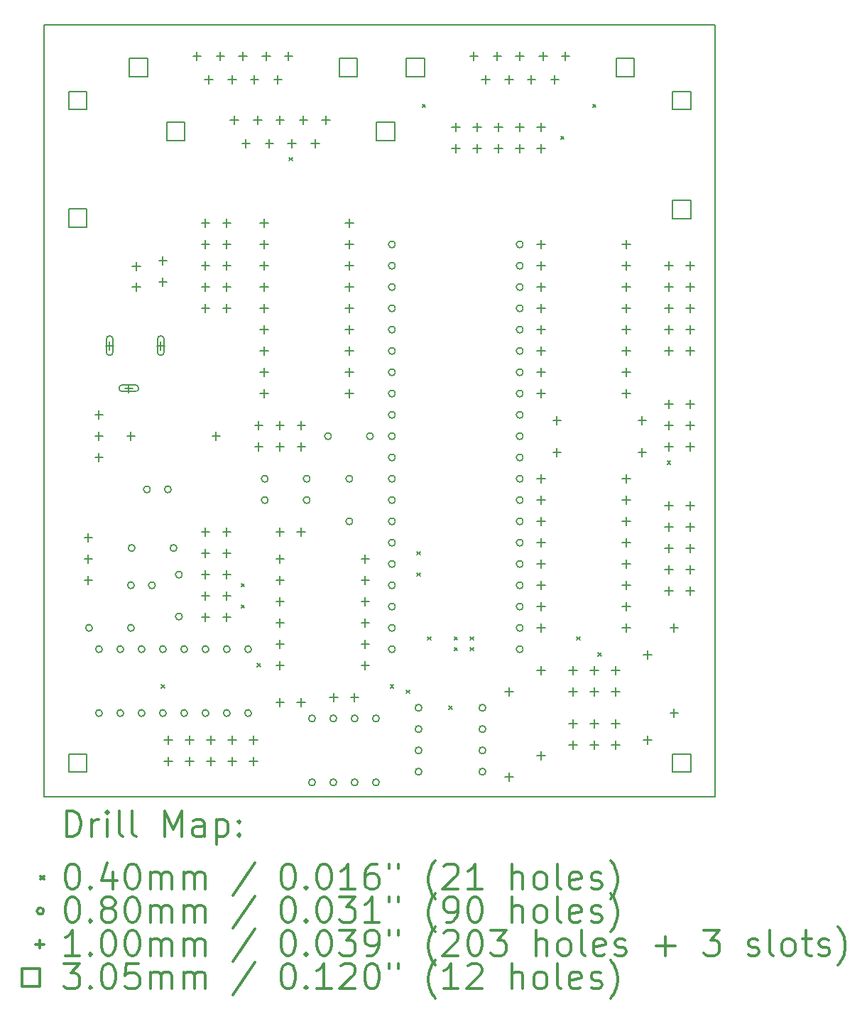
<source format=gbr>
%FSLAX45Y45*%
G04 Gerber Fmt 4.5, Leading zero omitted, Abs format (unit mm)*
G04 Created by KiCad (PCBNEW 4.0.1-stable) date Sonntag, 31. Januar 2016 12:57:09*
%MOMM*%
G01*
G04 APERTURE LIST*
%ADD10C,0.127000*%
%ADD11C,0.150000*%
%ADD12C,0.200000*%
%ADD13C,0.300000*%
G04 APERTURE END LIST*
D10*
D11*
X8000000Y9200000D02*
X8000000Y8000000D01*
X0Y9200000D02*
X8000000Y9200000D01*
X0Y7400000D02*
X0Y9200000D01*
X0Y7400000D02*
X0Y7000000D01*
X0Y0D02*
X0Y7000000D01*
X1700000Y0D02*
X0Y0D01*
X1800000Y0D02*
X1700000Y0D01*
X8000000Y0D02*
X1800000Y0D01*
X8000000Y8000000D02*
X8000000Y0D01*
D12*
X1393500Y1333500D02*
X1433500Y1293500D01*
X1433500Y1333500D02*
X1393500Y1293500D01*
X2346000Y2540000D02*
X2386000Y2500000D01*
X2386000Y2540000D02*
X2346000Y2500000D01*
X2346000Y2286000D02*
X2386000Y2246000D01*
X2386000Y2286000D02*
X2346000Y2246000D01*
X2536500Y1587500D02*
X2576500Y1547500D01*
X2576500Y1587500D02*
X2536500Y1547500D01*
X2917500Y7620000D02*
X2957500Y7580000D01*
X2957500Y7620000D02*
X2917500Y7580000D01*
X4124000Y1333500D02*
X4164000Y1293500D01*
X4164000Y1333500D02*
X4124000Y1293500D01*
X4314500Y1270000D02*
X4354500Y1230000D01*
X4354500Y1270000D02*
X4314500Y1230000D01*
X4441500Y2921000D02*
X4481500Y2881000D01*
X4481500Y2921000D02*
X4441500Y2881000D01*
X4441500Y2667000D02*
X4481500Y2627000D01*
X4481500Y2667000D02*
X4441500Y2627000D01*
X4505000Y8255000D02*
X4545000Y8215000D01*
X4545000Y8255000D02*
X4505000Y8215000D01*
X4568500Y1905000D02*
X4608500Y1865000D01*
X4608500Y1905000D02*
X4568500Y1865000D01*
X4822500Y1079500D02*
X4862500Y1039500D01*
X4862500Y1079500D02*
X4822500Y1039500D01*
X4886000Y1905000D02*
X4926000Y1865000D01*
X4926000Y1905000D02*
X4886000Y1865000D01*
X4886000Y1778000D02*
X4926000Y1738000D01*
X4926000Y1778000D02*
X4886000Y1738000D01*
X5076500Y1905000D02*
X5116500Y1865000D01*
X5116500Y1905000D02*
X5076500Y1865000D01*
X5076500Y1778000D02*
X5116500Y1738000D01*
X5116500Y1778000D02*
X5076500Y1738000D01*
X6156000Y7874000D02*
X6196000Y7834000D01*
X6196000Y7874000D02*
X6156000Y7834000D01*
X6346500Y1905000D02*
X6386500Y1865000D01*
X6386500Y1905000D02*
X6346500Y1865000D01*
X6537000Y8255000D02*
X6577000Y8215000D01*
X6577000Y8255000D02*
X6537000Y8215000D01*
X6600500Y1714500D02*
X6640500Y1674500D01*
X6640500Y1714500D02*
X6600500Y1674500D01*
X7426000Y4000500D02*
X7466000Y3960500D01*
X7466000Y4000500D02*
X7426000Y3960500D01*
X572500Y2012000D02*
G75*
G03X572500Y2012000I-40000J0D01*
G01*
X691500Y1758000D02*
G75*
G03X691500Y1758000I-40000J0D01*
G01*
X691500Y996000D02*
G75*
G03X691500Y996000I-40000J0D01*
G01*
X945500Y1758000D02*
G75*
G03X945500Y1758000I-40000J0D01*
G01*
X945500Y996000D02*
G75*
G03X945500Y996000I-40000J0D01*
G01*
X1072500Y2520000D02*
G75*
G03X1072500Y2520000I-40000J0D01*
G01*
X1072500Y2012000D02*
G75*
G03X1072500Y2012000I-40000J0D01*
G01*
X1080500Y2964500D02*
G75*
G03X1080500Y2964500I-40000J0D01*
G01*
X1199500Y1758000D02*
G75*
G03X1199500Y1758000I-40000J0D01*
G01*
X1199500Y996000D02*
G75*
G03X1199500Y996000I-40000J0D01*
G01*
X1263000Y3663000D02*
G75*
G03X1263000Y3663000I-40000J0D01*
G01*
X1322500Y2520000D02*
G75*
G03X1322500Y2520000I-40000J0D01*
G01*
X1453500Y1758000D02*
G75*
G03X1453500Y1758000I-40000J0D01*
G01*
X1453500Y996000D02*
G75*
G03X1453500Y996000I-40000J0D01*
G01*
X1513000Y3663000D02*
G75*
G03X1513000Y3663000I-40000J0D01*
G01*
X1580500Y2964500D02*
G75*
G03X1580500Y2964500I-40000J0D01*
G01*
X1644000Y2647000D02*
G75*
G03X1644000Y2647000I-40000J0D01*
G01*
X1644000Y2147000D02*
G75*
G03X1644000Y2147000I-40000J0D01*
G01*
X1707500Y1758000D02*
G75*
G03X1707500Y1758000I-40000J0D01*
G01*
X1707500Y996000D02*
G75*
G03X1707500Y996000I-40000J0D01*
G01*
X1961500Y1758000D02*
G75*
G03X1961500Y1758000I-40000J0D01*
G01*
X1961500Y996000D02*
G75*
G03X1961500Y996000I-40000J0D01*
G01*
X2215500Y1758000D02*
G75*
G03X2215500Y1758000I-40000J0D01*
G01*
X2215500Y996000D02*
G75*
G03X2215500Y996000I-40000J0D01*
G01*
X2469500Y1758000D02*
G75*
G03X2469500Y1758000I-40000J0D01*
G01*
X2469500Y996000D02*
G75*
G03X2469500Y996000I-40000J0D01*
G01*
X2668000Y3790000D02*
G75*
G03X2668000Y3790000I-40000J0D01*
G01*
X2668000Y3536000D02*
G75*
G03X2668000Y3536000I-40000J0D01*
G01*
X3168000Y3790000D02*
G75*
G03X3168000Y3790000I-40000J0D01*
G01*
X3168000Y3536000D02*
G75*
G03X3168000Y3536000I-40000J0D01*
G01*
X3231500Y932500D02*
G75*
G03X3231500Y932500I-40000J0D01*
G01*
X3231500Y170500D02*
G75*
G03X3231500Y170500I-40000J0D01*
G01*
X3422000Y4298000D02*
G75*
G03X3422000Y4298000I-40000J0D01*
G01*
X3485500Y932500D02*
G75*
G03X3485500Y932500I-40000J0D01*
G01*
X3485500Y170500D02*
G75*
G03X3485500Y170500I-40000J0D01*
G01*
X3676000Y3790000D02*
G75*
G03X3676000Y3790000I-40000J0D01*
G01*
X3676000Y3282000D02*
G75*
G03X3676000Y3282000I-40000J0D01*
G01*
X3739500Y932500D02*
G75*
G03X3739500Y932500I-40000J0D01*
G01*
X3739500Y170500D02*
G75*
G03X3739500Y170500I-40000J0D01*
G01*
X3922000Y4298000D02*
G75*
G03X3922000Y4298000I-40000J0D01*
G01*
X3993500Y932500D02*
G75*
G03X3993500Y932500I-40000J0D01*
G01*
X3993500Y170500D02*
G75*
G03X3993500Y170500I-40000J0D01*
G01*
X4184000Y6584000D02*
G75*
G03X4184000Y6584000I-40000J0D01*
G01*
X4184000Y6330000D02*
G75*
G03X4184000Y6330000I-40000J0D01*
G01*
X4184000Y6076000D02*
G75*
G03X4184000Y6076000I-40000J0D01*
G01*
X4184000Y5822000D02*
G75*
G03X4184000Y5822000I-40000J0D01*
G01*
X4184000Y5568000D02*
G75*
G03X4184000Y5568000I-40000J0D01*
G01*
X4184000Y5314000D02*
G75*
G03X4184000Y5314000I-40000J0D01*
G01*
X4184000Y5060000D02*
G75*
G03X4184000Y5060000I-40000J0D01*
G01*
X4184000Y4806000D02*
G75*
G03X4184000Y4806000I-40000J0D01*
G01*
X4184000Y4552000D02*
G75*
G03X4184000Y4552000I-40000J0D01*
G01*
X4184000Y4298000D02*
G75*
G03X4184000Y4298000I-40000J0D01*
G01*
X4184000Y4044000D02*
G75*
G03X4184000Y4044000I-40000J0D01*
G01*
X4184000Y3790000D02*
G75*
G03X4184000Y3790000I-40000J0D01*
G01*
X4184000Y3536000D02*
G75*
G03X4184000Y3536000I-40000J0D01*
G01*
X4184000Y3282000D02*
G75*
G03X4184000Y3282000I-40000J0D01*
G01*
X4184000Y3028000D02*
G75*
G03X4184000Y3028000I-40000J0D01*
G01*
X4184000Y2774000D02*
G75*
G03X4184000Y2774000I-40000J0D01*
G01*
X4184000Y2520000D02*
G75*
G03X4184000Y2520000I-40000J0D01*
G01*
X4184000Y2266000D02*
G75*
G03X4184000Y2266000I-40000J0D01*
G01*
X4184000Y2012000D02*
G75*
G03X4184000Y2012000I-40000J0D01*
G01*
X4184000Y1758000D02*
G75*
G03X4184000Y1758000I-40000J0D01*
G01*
X4501500Y1059500D02*
G75*
G03X4501500Y1059500I-40000J0D01*
G01*
X4501500Y805500D02*
G75*
G03X4501500Y805500I-40000J0D01*
G01*
X4501500Y551500D02*
G75*
G03X4501500Y551500I-40000J0D01*
G01*
X4501500Y297500D02*
G75*
G03X4501500Y297500I-40000J0D01*
G01*
X5263500Y1059500D02*
G75*
G03X5263500Y1059500I-40000J0D01*
G01*
X5263500Y805500D02*
G75*
G03X5263500Y805500I-40000J0D01*
G01*
X5263500Y551500D02*
G75*
G03X5263500Y551500I-40000J0D01*
G01*
X5263500Y297500D02*
G75*
G03X5263500Y297500I-40000J0D01*
G01*
X5708000Y6584000D02*
G75*
G03X5708000Y6584000I-40000J0D01*
G01*
X5708000Y6330000D02*
G75*
G03X5708000Y6330000I-40000J0D01*
G01*
X5708000Y6076000D02*
G75*
G03X5708000Y6076000I-40000J0D01*
G01*
X5708000Y5822000D02*
G75*
G03X5708000Y5822000I-40000J0D01*
G01*
X5708000Y5568000D02*
G75*
G03X5708000Y5568000I-40000J0D01*
G01*
X5708000Y5314000D02*
G75*
G03X5708000Y5314000I-40000J0D01*
G01*
X5708000Y5060000D02*
G75*
G03X5708000Y5060000I-40000J0D01*
G01*
X5708000Y4806000D02*
G75*
G03X5708000Y4806000I-40000J0D01*
G01*
X5708000Y4552000D02*
G75*
G03X5708000Y4552000I-40000J0D01*
G01*
X5708000Y4298000D02*
G75*
G03X5708000Y4298000I-40000J0D01*
G01*
X5708000Y4044000D02*
G75*
G03X5708000Y4044000I-40000J0D01*
G01*
X5708000Y3790000D02*
G75*
G03X5708000Y3790000I-40000J0D01*
G01*
X5708000Y3536000D02*
G75*
G03X5708000Y3536000I-40000J0D01*
G01*
X5708000Y3282000D02*
G75*
G03X5708000Y3282000I-40000J0D01*
G01*
X5708000Y3028000D02*
G75*
G03X5708000Y3028000I-40000J0D01*
G01*
X5708000Y2774000D02*
G75*
G03X5708000Y2774000I-40000J0D01*
G01*
X5708000Y2520000D02*
G75*
G03X5708000Y2520000I-40000J0D01*
G01*
X5708000Y2266000D02*
G75*
G03X5708000Y2266000I-40000J0D01*
G01*
X5708000Y2012000D02*
G75*
G03X5708000Y2012000I-40000J0D01*
G01*
X5708000Y1758000D02*
G75*
G03X5708000Y1758000I-40000J0D01*
G01*
X524500Y3141500D02*
X524500Y3041500D01*
X474500Y3091500D02*
X574500Y3091500D01*
X524500Y2887500D02*
X524500Y2787500D01*
X474500Y2837500D02*
X574500Y2837500D01*
X524500Y2633500D02*
X524500Y2533500D01*
X474500Y2583500D02*
X574500Y2583500D01*
X651500Y4602000D02*
X651500Y4502000D01*
X601500Y4552000D02*
X701500Y4552000D01*
X651500Y4348000D02*
X651500Y4248000D01*
X601500Y4298000D02*
X701500Y4298000D01*
X651500Y4094000D02*
X651500Y3994000D01*
X601500Y4044000D02*
X701500Y4044000D01*
X778500Y5427500D02*
X778500Y5327500D01*
X728500Y5377500D02*
X828500Y5377500D01*
X738500Y5454500D02*
X738500Y5300500D01*
X818500Y5454500D02*
X818500Y5300500D01*
X738500Y5300500D02*
G75*
G03X818500Y5300500I40000J0D01*
G01*
X818500Y5454500D02*
G75*
G03X738500Y5454500I-40000J0D01*
G01*
X1007100Y4919500D02*
X1007100Y4819500D01*
X957100Y4869500D02*
X1057100Y4869500D01*
X930100Y4829500D02*
X1084100Y4829500D01*
X930100Y4909500D02*
X1084100Y4909500D01*
X1084100Y4829500D02*
G75*
G03X1084100Y4909500I0J40000D01*
G01*
X930100Y4909500D02*
G75*
G03X930100Y4829500I0J-40000D01*
G01*
X1032500Y4348254D02*
X1032500Y4248254D01*
X982500Y4298254D02*
X1082500Y4298254D01*
X1096000Y6375936D02*
X1096000Y6275936D01*
X1046000Y6325936D02*
X1146000Y6325936D01*
X1096000Y6126000D02*
X1096000Y6026000D01*
X1046000Y6076000D02*
X1146000Y6076000D01*
X1388100Y5427500D02*
X1388100Y5327500D01*
X1338100Y5377500D02*
X1438100Y5377500D01*
X1348100Y5454500D02*
X1348100Y5300500D01*
X1428100Y5454500D02*
X1428100Y5300500D01*
X1348100Y5300500D02*
G75*
G03X1428100Y5300500I40000J0D01*
G01*
X1428100Y5454500D02*
G75*
G03X1348100Y5454500I-40000J0D01*
G01*
X1413500Y6443500D02*
X1413500Y6343500D01*
X1363500Y6393500D02*
X1463500Y6393500D01*
X1413500Y6189500D02*
X1413500Y6089500D01*
X1363500Y6139500D02*
X1463500Y6139500D01*
X1477000Y728500D02*
X1477000Y628500D01*
X1427000Y678500D02*
X1527000Y678500D01*
X1477000Y474500D02*
X1477000Y374500D01*
X1427000Y424500D02*
X1527000Y424500D01*
X1731000Y728500D02*
X1731000Y628500D01*
X1681000Y678500D02*
X1781000Y678500D01*
X1731000Y474500D02*
X1731000Y374500D01*
X1681000Y424500D02*
X1781000Y424500D01*
X1819900Y8881900D02*
X1819900Y8781900D01*
X1769900Y8831900D02*
X1869900Y8831900D01*
X1921500Y6888000D02*
X1921500Y6788000D01*
X1871500Y6838000D02*
X1971500Y6838000D01*
X1921500Y6634000D02*
X1921500Y6534000D01*
X1871500Y6584000D02*
X1971500Y6584000D01*
X1921500Y6380000D02*
X1921500Y6280000D01*
X1871500Y6330000D02*
X1971500Y6330000D01*
X1921500Y6126000D02*
X1921500Y6026000D01*
X1871500Y6076000D02*
X1971500Y6076000D01*
X1921500Y5872000D02*
X1921500Y5772000D01*
X1871500Y5822000D02*
X1971500Y5822000D01*
X1921500Y3205000D02*
X1921500Y3105000D01*
X1871500Y3155000D02*
X1971500Y3155000D01*
X1921500Y2951000D02*
X1921500Y2851000D01*
X1871500Y2901000D02*
X1971500Y2901000D01*
X1921500Y2697000D02*
X1921500Y2597000D01*
X1871500Y2647000D02*
X1971500Y2647000D01*
X1921500Y2443000D02*
X1921500Y2343000D01*
X1871500Y2393000D02*
X1971500Y2393000D01*
X1921500Y2189000D02*
X1921500Y2089000D01*
X1871500Y2139000D02*
X1971500Y2139000D01*
X1959600Y8602500D02*
X1959600Y8502500D01*
X1909600Y8552500D02*
X2009600Y8552500D01*
X1985000Y728500D02*
X1985000Y628500D01*
X1935000Y678500D02*
X2035000Y678500D01*
X1985000Y474500D02*
X1985000Y374500D01*
X1935000Y424500D02*
X2035000Y424500D01*
X2048500Y4348254D02*
X2048500Y4248254D01*
X1998500Y4298254D02*
X2098500Y4298254D01*
X2099300Y8881900D02*
X2099300Y8781900D01*
X2049300Y8831900D02*
X2149300Y8831900D01*
X2175500Y6888000D02*
X2175500Y6788000D01*
X2125500Y6838000D02*
X2225500Y6838000D01*
X2175500Y6634000D02*
X2175500Y6534000D01*
X2125500Y6584000D02*
X2225500Y6584000D01*
X2175500Y6380000D02*
X2175500Y6280000D01*
X2125500Y6330000D02*
X2225500Y6330000D01*
X2175500Y6126000D02*
X2175500Y6026000D01*
X2125500Y6076000D02*
X2225500Y6076000D01*
X2175500Y5872000D02*
X2175500Y5772000D01*
X2125500Y5822000D02*
X2225500Y5822000D01*
X2175500Y3205000D02*
X2175500Y3105000D01*
X2125500Y3155000D02*
X2225500Y3155000D01*
X2175500Y2951000D02*
X2175500Y2851000D01*
X2125500Y2901000D02*
X2225500Y2901000D01*
X2175500Y2697000D02*
X2175500Y2597000D01*
X2125500Y2647000D02*
X2225500Y2647000D01*
X2175500Y2443000D02*
X2175500Y2343000D01*
X2125500Y2393000D02*
X2225500Y2393000D01*
X2175500Y2189000D02*
X2175500Y2089000D01*
X2125500Y2139000D02*
X2225500Y2139000D01*
X2239000Y8602500D02*
X2239000Y8502500D01*
X2189000Y8552500D02*
X2289000Y8552500D01*
X2239000Y728500D02*
X2239000Y628500D01*
X2189000Y678500D02*
X2289000Y678500D01*
X2239000Y474500D02*
X2239000Y374500D01*
X2189000Y424500D02*
X2289000Y424500D01*
X2264400Y8119900D02*
X2264400Y8019900D01*
X2214400Y8069900D02*
X2314400Y8069900D01*
X2366000Y8881900D02*
X2366000Y8781900D01*
X2316000Y8831900D02*
X2416000Y8831900D01*
X2404100Y7840500D02*
X2404100Y7740500D01*
X2354100Y7790500D02*
X2454100Y7790500D01*
X2493000Y728500D02*
X2493000Y628500D01*
X2443000Y678500D02*
X2543000Y678500D01*
X2493000Y474500D02*
X2493000Y374500D01*
X2443000Y424500D02*
X2543000Y424500D01*
X2505700Y8602500D02*
X2505700Y8502500D01*
X2455700Y8552500D02*
X2555700Y8552500D01*
X2543800Y8119900D02*
X2543800Y8019900D01*
X2493800Y8069900D02*
X2593800Y8069900D01*
X2556500Y4475000D02*
X2556500Y4375000D01*
X2506500Y4425000D02*
X2606500Y4425000D01*
X2556500Y4221000D02*
X2556500Y4121000D01*
X2506500Y4171000D02*
X2606500Y4171000D01*
X2620000Y6888000D02*
X2620000Y6788000D01*
X2570000Y6838000D02*
X2670000Y6838000D01*
X2620000Y6634000D02*
X2620000Y6534000D01*
X2570000Y6584000D02*
X2670000Y6584000D01*
X2620000Y6380000D02*
X2620000Y6280000D01*
X2570000Y6330000D02*
X2670000Y6330000D01*
X2620000Y6126000D02*
X2620000Y6026000D01*
X2570000Y6076000D02*
X2670000Y6076000D01*
X2620000Y5872000D02*
X2620000Y5772000D01*
X2570000Y5822000D02*
X2670000Y5822000D01*
X2620000Y5618000D02*
X2620000Y5518000D01*
X2570000Y5568000D02*
X2670000Y5568000D01*
X2620000Y5364000D02*
X2620000Y5264000D01*
X2570000Y5314000D02*
X2670000Y5314000D01*
X2620000Y5110000D02*
X2620000Y5010000D01*
X2570000Y5060000D02*
X2670000Y5060000D01*
X2620000Y4856000D02*
X2620000Y4756000D01*
X2570000Y4806000D02*
X2670000Y4806000D01*
X2645400Y8881900D02*
X2645400Y8781900D01*
X2595400Y8831900D02*
X2695400Y8831900D01*
X2683500Y7840500D02*
X2683500Y7740500D01*
X2633500Y7790500D02*
X2733500Y7790500D01*
X2785100Y8602500D02*
X2785100Y8502500D01*
X2735100Y8552500D02*
X2835100Y8552500D01*
X2810500Y8119900D02*
X2810500Y8019900D01*
X2760500Y8069900D02*
X2860500Y8069900D01*
X2810500Y4475000D02*
X2810500Y4375000D01*
X2760500Y4425000D02*
X2860500Y4425000D01*
X2810500Y4221000D02*
X2810500Y4121000D01*
X2760500Y4171000D02*
X2860500Y4171000D01*
X2810500Y3205000D02*
X2810500Y3105000D01*
X2760500Y3155000D02*
X2860500Y3155000D01*
X2810500Y2887500D02*
X2810500Y2787500D01*
X2760500Y2837500D02*
X2860500Y2837500D01*
X2810500Y2633500D02*
X2810500Y2533500D01*
X2760500Y2583500D02*
X2860500Y2583500D01*
X2810500Y2379500D02*
X2810500Y2279500D01*
X2760500Y2329500D02*
X2860500Y2329500D01*
X2810500Y2125500D02*
X2810500Y2025500D01*
X2760500Y2075500D02*
X2860500Y2075500D01*
X2810500Y1871500D02*
X2810500Y1771500D01*
X2760500Y1821500D02*
X2860500Y1821500D01*
X2810500Y1617500D02*
X2810500Y1517500D01*
X2760500Y1567500D02*
X2860500Y1567500D01*
X2810500Y1173000D02*
X2810500Y1073000D01*
X2760500Y1123000D02*
X2860500Y1123000D01*
X2912100Y8881900D02*
X2912100Y8781900D01*
X2862100Y8831900D02*
X2962100Y8831900D01*
X2950200Y7840500D02*
X2950200Y7740500D01*
X2900200Y7790500D02*
X3000200Y7790500D01*
X3060436Y3205000D02*
X3060436Y3105000D01*
X3010436Y3155000D02*
X3110436Y3155000D01*
X3060436Y1173000D02*
X3060436Y1073000D01*
X3010436Y1123000D02*
X3110436Y1123000D01*
X3064500Y4475000D02*
X3064500Y4375000D01*
X3014500Y4425000D02*
X3114500Y4425000D01*
X3064500Y4221000D02*
X3064500Y4121000D01*
X3014500Y4171000D02*
X3114500Y4171000D01*
X3089900Y8119900D02*
X3089900Y8019900D01*
X3039900Y8069900D02*
X3139900Y8069900D01*
X3229600Y7840500D02*
X3229600Y7740500D01*
X3179600Y7790500D02*
X3279600Y7790500D01*
X3356600Y8119900D02*
X3356600Y8019900D01*
X3306600Y8069900D02*
X3406600Y8069900D01*
X3449564Y1236500D02*
X3449564Y1136500D01*
X3399564Y1186500D02*
X3499564Y1186500D01*
X3636000Y6888000D02*
X3636000Y6788000D01*
X3586000Y6838000D02*
X3686000Y6838000D01*
X3636000Y6634000D02*
X3636000Y6534000D01*
X3586000Y6584000D02*
X3686000Y6584000D01*
X3636000Y6380000D02*
X3636000Y6280000D01*
X3586000Y6330000D02*
X3686000Y6330000D01*
X3636000Y6126000D02*
X3636000Y6026000D01*
X3586000Y6076000D02*
X3686000Y6076000D01*
X3636000Y5872000D02*
X3636000Y5772000D01*
X3586000Y5822000D02*
X3686000Y5822000D01*
X3636000Y5618000D02*
X3636000Y5518000D01*
X3586000Y5568000D02*
X3686000Y5568000D01*
X3636000Y5364000D02*
X3636000Y5264000D01*
X3586000Y5314000D02*
X3686000Y5314000D01*
X3636000Y5110000D02*
X3636000Y5010000D01*
X3586000Y5060000D02*
X3686000Y5060000D01*
X3636000Y4856000D02*
X3636000Y4756000D01*
X3586000Y4806000D02*
X3686000Y4806000D01*
X3699500Y1236500D02*
X3699500Y1136500D01*
X3649500Y1186500D02*
X3749500Y1186500D01*
X3826500Y2887500D02*
X3826500Y2787500D01*
X3776500Y2837500D02*
X3876500Y2837500D01*
X3826500Y2633500D02*
X3826500Y2533500D01*
X3776500Y2583500D02*
X3876500Y2583500D01*
X3826500Y2379500D02*
X3826500Y2279500D01*
X3776500Y2329500D02*
X3876500Y2329500D01*
X3826500Y2125500D02*
X3826500Y2025500D01*
X3776500Y2075500D02*
X3876500Y2075500D01*
X3826500Y1871500D02*
X3826500Y1771500D01*
X3776500Y1821500D02*
X3876500Y1821500D01*
X3826500Y1617500D02*
X3826500Y1517500D01*
X3776500Y1567500D02*
X3876500Y1567500D01*
X4906000Y8031000D02*
X4906000Y7931000D01*
X4856000Y7981000D02*
X4956000Y7981000D01*
X4906000Y7777000D02*
X4906000Y7677000D01*
X4856000Y7727000D02*
X4956000Y7727000D01*
X5121900Y8881900D02*
X5121900Y8781900D01*
X5071900Y8831900D02*
X5171900Y8831900D01*
X5160000Y8031000D02*
X5160000Y7931000D01*
X5110000Y7981000D02*
X5210000Y7981000D01*
X5160000Y7777000D02*
X5160000Y7677000D01*
X5110000Y7727000D02*
X5210000Y7727000D01*
X5261600Y8602500D02*
X5261600Y8502500D01*
X5211600Y8552500D02*
X5311600Y8552500D01*
X5401300Y8881900D02*
X5401300Y8781900D01*
X5351300Y8831900D02*
X5451300Y8831900D01*
X5414000Y8031000D02*
X5414000Y7931000D01*
X5364000Y7981000D02*
X5464000Y7981000D01*
X5414000Y7777000D02*
X5414000Y7677000D01*
X5364000Y7727000D02*
X5464000Y7727000D01*
X5541000Y8602500D02*
X5541000Y8502500D01*
X5491000Y8552500D02*
X5591000Y8552500D01*
X5541000Y1300000D02*
X5541000Y1200000D01*
X5491000Y1250000D02*
X5591000Y1250000D01*
X5541000Y284000D02*
X5541000Y184000D01*
X5491000Y234000D02*
X5591000Y234000D01*
X5668000Y8881900D02*
X5668000Y8781900D01*
X5618000Y8831900D02*
X5718000Y8831900D01*
X5668000Y8031000D02*
X5668000Y7931000D01*
X5618000Y7981000D02*
X5718000Y7981000D01*
X5668000Y7777000D02*
X5668000Y7677000D01*
X5618000Y7727000D02*
X5718000Y7727000D01*
X5807700Y8602500D02*
X5807700Y8502500D01*
X5757700Y8552500D02*
X5857700Y8552500D01*
X5922000Y8031000D02*
X5922000Y7931000D01*
X5872000Y7981000D02*
X5972000Y7981000D01*
X5922000Y7777000D02*
X5922000Y7677000D01*
X5872000Y7727000D02*
X5972000Y7727000D01*
X5922000Y6634000D02*
X5922000Y6534000D01*
X5872000Y6584000D02*
X5972000Y6584000D01*
X5922000Y6380000D02*
X5922000Y6280000D01*
X5872000Y6330000D02*
X5972000Y6330000D01*
X5922000Y6126000D02*
X5922000Y6026000D01*
X5872000Y6076000D02*
X5972000Y6076000D01*
X5922000Y5872000D02*
X5922000Y5772000D01*
X5872000Y5822000D02*
X5972000Y5822000D01*
X5922000Y5618000D02*
X5922000Y5518000D01*
X5872000Y5568000D02*
X5972000Y5568000D01*
X5922000Y5364000D02*
X5922000Y5264000D01*
X5872000Y5314000D02*
X5972000Y5314000D01*
X5922000Y5110000D02*
X5922000Y5010000D01*
X5872000Y5060000D02*
X5972000Y5060000D01*
X5922000Y4856000D02*
X5922000Y4756000D01*
X5872000Y4806000D02*
X5972000Y4806000D01*
X5922000Y3840000D02*
X5922000Y3740000D01*
X5872000Y3790000D02*
X5972000Y3790000D01*
X5922000Y3586000D02*
X5922000Y3486000D01*
X5872000Y3536000D02*
X5972000Y3536000D01*
X5922000Y3332000D02*
X5922000Y3232000D01*
X5872000Y3282000D02*
X5972000Y3282000D01*
X5922000Y3078000D02*
X5922000Y2978000D01*
X5872000Y3028000D02*
X5972000Y3028000D01*
X5922000Y2824000D02*
X5922000Y2724000D01*
X5872000Y2774000D02*
X5972000Y2774000D01*
X5922000Y2570000D02*
X5922000Y2470000D01*
X5872000Y2520000D02*
X5972000Y2520000D01*
X5922000Y2316000D02*
X5922000Y2216000D01*
X5872000Y2266000D02*
X5972000Y2266000D01*
X5922000Y2062000D02*
X5922000Y1962000D01*
X5872000Y2012000D02*
X5972000Y2012000D01*
X5922000Y1554000D02*
X5922000Y1454000D01*
X5872000Y1504000D02*
X5972000Y1504000D01*
X5922000Y538000D02*
X5922000Y438000D01*
X5872000Y488000D02*
X5972000Y488000D01*
X5947400Y8881900D02*
X5947400Y8781900D01*
X5897400Y8831900D02*
X5997400Y8831900D01*
X6087100Y8602500D02*
X6087100Y8502500D01*
X6037100Y8552500D02*
X6137100Y8552500D01*
X6112500Y4538500D02*
X6112500Y4438500D01*
X6062500Y4488500D02*
X6162500Y4488500D01*
X6112500Y4157500D02*
X6112500Y4057500D01*
X6062500Y4107500D02*
X6162500Y4107500D01*
X6214100Y8881900D02*
X6214100Y8781900D01*
X6164100Y8831900D02*
X6264100Y8831900D01*
X6303000Y1554000D02*
X6303000Y1454000D01*
X6253000Y1504000D02*
X6353000Y1504000D01*
X6303000Y1300000D02*
X6303000Y1200000D01*
X6253000Y1250000D02*
X6353000Y1250000D01*
X6303000Y919000D02*
X6303000Y819000D01*
X6253000Y869000D02*
X6353000Y869000D01*
X6303000Y665000D02*
X6303000Y565000D01*
X6253000Y615000D02*
X6353000Y615000D01*
X6557000Y1554000D02*
X6557000Y1454000D01*
X6507000Y1504000D02*
X6607000Y1504000D01*
X6557000Y1300000D02*
X6557000Y1200000D01*
X6507000Y1250000D02*
X6607000Y1250000D01*
X6557000Y919000D02*
X6557000Y819000D01*
X6507000Y869000D02*
X6607000Y869000D01*
X6557000Y665000D02*
X6557000Y565000D01*
X6507000Y615000D02*
X6607000Y615000D01*
X6811000Y1554000D02*
X6811000Y1454000D01*
X6761000Y1504000D02*
X6861000Y1504000D01*
X6811000Y1300000D02*
X6811000Y1200000D01*
X6761000Y1250000D02*
X6861000Y1250000D01*
X6811000Y919000D02*
X6811000Y819000D01*
X6761000Y869000D02*
X6861000Y869000D01*
X6811000Y665000D02*
X6811000Y565000D01*
X6761000Y615000D02*
X6861000Y615000D01*
X6938000Y6634000D02*
X6938000Y6534000D01*
X6888000Y6584000D02*
X6988000Y6584000D01*
X6938000Y6380000D02*
X6938000Y6280000D01*
X6888000Y6330000D02*
X6988000Y6330000D01*
X6938000Y6126000D02*
X6938000Y6026000D01*
X6888000Y6076000D02*
X6988000Y6076000D01*
X6938000Y5872000D02*
X6938000Y5772000D01*
X6888000Y5822000D02*
X6988000Y5822000D01*
X6938000Y5618000D02*
X6938000Y5518000D01*
X6888000Y5568000D02*
X6988000Y5568000D01*
X6938000Y5364000D02*
X6938000Y5264000D01*
X6888000Y5314000D02*
X6988000Y5314000D01*
X6938000Y5110000D02*
X6938000Y5010000D01*
X6888000Y5060000D02*
X6988000Y5060000D01*
X6938000Y4856000D02*
X6938000Y4756000D01*
X6888000Y4806000D02*
X6988000Y4806000D01*
X6938000Y3840000D02*
X6938000Y3740000D01*
X6888000Y3790000D02*
X6988000Y3790000D01*
X6938000Y3586000D02*
X6938000Y3486000D01*
X6888000Y3536000D02*
X6988000Y3536000D01*
X6938000Y3332000D02*
X6938000Y3232000D01*
X6888000Y3282000D02*
X6988000Y3282000D01*
X6938000Y3078000D02*
X6938000Y2978000D01*
X6888000Y3028000D02*
X6988000Y3028000D01*
X6938000Y2824000D02*
X6938000Y2724000D01*
X6888000Y2774000D02*
X6988000Y2774000D01*
X6938000Y2570000D02*
X6938000Y2470000D01*
X6888000Y2520000D02*
X6988000Y2520000D01*
X6938000Y2316000D02*
X6938000Y2216000D01*
X6888000Y2266000D02*
X6988000Y2266000D01*
X6938000Y2062000D02*
X6938000Y1962000D01*
X6888000Y2012000D02*
X6988000Y2012000D01*
X7128500Y4538500D02*
X7128500Y4438500D01*
X7078500Y4488500D02*
X7178500Y4488500D01*
X7128500Y4157500D02*
X7128500Y4057500D01*
X7078500Y4107500D02*
X7178500Y4107500D01*
X7192000Y1744500D02*
X7192000Y1644500D01*
X7142000Y1694500D02*
X7242000Y1694500D01*
X7192000Y728500D02*
X7192000Y628500D01*
X7142000Y678500D02*
X7242000Y678500D01*
X7446000Y6380000D02*
X7446000Y6280000D01*
X7396000Y6330000D02*
X7496000Y6330000D01*
X7446000Y6126000D02*
X7446000Y6026000D01*
X7396000Y6076000D02*
X7496000Y6076000D01*
X7446000Y5872000D02*
X7446000Y5772000D01*
X7396000Y5822000D02*
X7496000Y5822000D01*
X7446000Y5618000D02*
X7446000Y5518000D01*
X7396000Y5568000D02*
X7496000Y5568000D01*
X7446000Y5364000D02*
X7446000Y5264000D01*
X7396000Y5314000D02*
X7496000Y5314000D01*
X7446000Y4729000D02*
X7446000Y4629000D01*
X7396000Y4679000D02*
X7496000Y4679000D01*
X7446000Y4475000D02*
X7446000Y4375000D01*
X7396000Y4425000D02*
X7496000Y4425000D01*
X7446000Y4221000D02*
X7446000Y4121000D01*
X7396000Y4171000D02*
X7496000Y4171000D01*
X7446000Y3522500D02*
X7446000Y3422500D01*
X7396000Y3472500D02*
X7496000Y3472500D01*
X7446000Y3268500D02*
X7446000Y3168500D01*
X7396000Y3218500D02*
X7496000Y3218500D01*
X7446000Y3014500D02*
X7446000Y2914500D01*
X7396000Y2964500D02*
X7496000Y2964500D01*
X7446000Y2760500D02*
X7446000Y2660500D01*
X7396000Y2710500D02*
X7496000Y2710500D01*
X7446000Y2506500D02*
X7446000Y2406500D01*
X7396000Y2456500D02*
X7496000Y2456500D01*
X7509500Y2062000D02*
X7509500Y1962000D01*
X7459500Y2012000D02*
X7559500Y2012000D01*
X7509500Y1046000D02*
X7509500Y946000D01*
X7459500Y996000D02*
X7559500Y996000D01*
X7700000Y6380000D02*
X7700000Y6280000D01*
X7650000Y6330000D02*
X7750000Y6330000D01*
X7700000Y6126000D02*
X7700000Y6026000D01*
X7650000Y6076000D02*
X7750000Y6076000D01*
X7700000Y5872000D02*
X7700000Y5772000D01*
X7650000Y5822000D02*
X7750000Y5822000D01*
X7700000Y5618000D02*
X7700000Y5518000D01*
X7650000Y5568000D02*
X7750000Y5568000D01*
X7700000Y5364000D02*
X7700000Y5264000D01*
X7650000Y5314000D02*
X7750000Y5314000D01*
X7700000Y4729000D02*
X7700000Y4629000D01*
X7650000Y4679000D02*
X7750000Y4679000D01*
X7700000Y4475000D02*
X7700000Y4375000D01*
X7650000Y4425000D02*
X7750000Y4425000D01*
X7700000Y4221000D02*
X7700000Y4121000D01*
X7650000Y4171000D02*
X7750000Y4171000D01*
X7700000Y3522500D02*
X7700000Y3422500D01*
X7650000Y3472500D02*
X7750000Y3472500D01*
X7700000Y3268500D02*
X7700000Y3168500D01*
X7650000Y3218500D02*
X7750000Y3218500D01*
X7700000Y3014500D02*
X7700000Y2914500D01*
X7650000Y2964500D02*
X7750000Y2964500D01*
X7700000Y2760500D02*
X7700000Y2660500D01*
X7650000Y2710500D02*
X7750000Y2710500D01*
X7700000Y2506500D02*
X7700000Y2406500D01*
X7650000Y2456500D02*
X7750000Y2456500D01*
X507764Y8192236D02*
X507764Y8407764D01*
X292236Y8407764D01*
X292236Y8192236D01*
X507764Y8192236D01*
X507764Y6792236D02*
X507764Y7007764D01*
X292236Y7007764D01*
X292236Y6792236D01*
X507764Y6792236D01*
X507764Y292236D02*
X507764Y507764D01*
X292236Y507764D01*
X292236Y292236D01*
X507764Y292236D01*
X1229164Y8584436D02*
X1229164Y8799964D01*
X1013636Y8799964D01*
X1013636Y8584436D01*
X1229164Y8584436D01*
X1673664Y7822436D02*
X1673664Y8037964D01*
X1458136Y8037964D01*
X1458136Y7822436D01*
X1673664Y7822436D01*
X3731064Y8584436D02*
X3731064Y8799964D01*
X3515536Y8799964D01*
X3515536Y8584436D01*
X3731064Y8584436D01*
X4175564Y7822436D02*
X4175564Y8037964D01*
X3960036Y8037964D01*
X3960036Y7822436D01*
X4175564Y7822436D01*
X4531164Y8584436D02*
X4531164Y8799964D01*
X4315636Y8799964D01*
X4315636Y8584436D01*
X4531164Y8584436D01*
X7033064Y8584436D02*
X7033064Y8799964D01*
X6817536Y8799964D01*
X6817536Y8584436D01*
X7033064Y8584436D01*
X7707764Y8192236D02*
X7707764Y8407764D01*
X7492236Y8407764D01*
X7492236Y8192236D01*
X7707764Y8192236D01*
X7707764Y6892236D02*
X7707764Y7107764D01*
X7492236Y7107764D01*
X7492236Y6892236D01*
X7707764Y6892236D01*
X7707764Y292236D02*
X7707764Y507764D01*
X7492236Y507764D01*
X7492236Y292236D01*
X7707764Y292236D01*
D13*
X263929Y-473214D02*
X263929Y-173214D01*
X335357Y-173214D01*
X378214Y-187500D01*
X406786Y-216071D01*
X421071Y-244643D01*
X435357Y-301786D01*
X435357Y-344643D01*
X421071Y-401786D01*
X406786Y-430357D01*
X378214Y-458929D01*
X335357Y-473214D01*
X263929Y-473214D01*
X563929Y-473214D02*
X563929Y-273214D01*
X563929Y-330357D02*
X578214Y-301786D01*
X592500Y-287500D01*
X621071Y-273214D01*
X649643Y-273214D01*
X749643Y-473214D02*
X749643Y-273214D01*
X749643Y-173214D02*
X735357Y-187500D01*
X749643Y-201786D01*
X763928Y-187500D01*
X749643Y-173214D01*
X749643Y-201786D01*
X935357Y-473214D02*
X906786Y-458929D01*
X892500Y-430357D01*
X892500Y-173214D01*
X1092500Y-473214D02*
X1063929Y-458929D01*
X1049643Y-430357D01*
X1049643Y-173214D01*
X1435357Y-473214D02*
X1435357Y-173214D01*
X1535357Y-387500D01*
X1635357Y-173214D01*
X1635357Y-473214D01*
X1906786Y-473214D02*
X1906786Y-316072D01*
X1892500Y-287500D01*
X1863928Y-273214D01*
X1806786Y-273214D01*
X1778214Y-287500D01*
X1906786Y-458929D02*
X1878214Y-473214D01*
X1806786Y-473214D01*
X1778214Y-458929D01*
X1763928Y-430357D01*
X1763928Y-401786D01*
X1778214Y-373214D01*
X1806786Y-358929D01*
X1878214Y-358929D01*
X1906786Y-344643D01*
X2049643Y-273214D02*
X2049643Y-573214D01*
X2049643Y-287500D02*
X2078214Y-273214D01*
X2135357Y-273214D01*
X2163929Y-287500D01*
X2178214Y-301786D01*
X2192500Y-330357D01*
X2192500Y-416071D01*
X2178214Y-444643D01*
X2163929Y-458929D01*
X2135357Y-473214D01*
X2078214Y-473214D01*
X2049643Y-458929D01*
X2321071Y-444643D02*
X2335357Y-458929D01*
X2321071Y-473214D01*
X2306786Y-458929D01*
X2321071Y-444643D01*
X2321071Y-473214D01*
X2321071Y-287500D02*
X2335357Y-301786D01*
X2321071Y-316072D01*
X2306786Y-301786D01*
X2321071Y-287500D01*
X2321071Y-316072D01*
X-47500Y-947500D02*
X-7500Y-987500D01*
X-7500Y-947500D02*
X-47500Y-987500D01*
X321071Y-803214D02*
X349643Y-803214D01*
X378214Y-817500D01*
X392500Y-831786D01*
X406786Y-860357D01*
X421071Y-917500D01*
X421071Y-988929D01*
X406786Y-1046071D01*
X392500Y-1074643D01*
X378214Y-1088929D01*
X349643Y-1103214D01*
X321071Y-1103214D01*
X292500Y-1088929D01*
X278214Y-1074643D01*
X263929Y-1046071D01*
X249643Y-988929D01*
X249643Y-917500D01*
X263929Y-860357D01*
X278214Y-831786D01*
X292500Y-817500D01*
X321071Y-803214D01*
X549643Y-1074643D02*
X563929Y-1088929D01*
X549643Y-1103214D01*
X535357Y-1088929D01*
X549643Y-1074643D01*
X549643Y-1103214D01*
X821071Y-903214D02*
X821071Y-1103214D01*
X749643Y-788929D02*
X678214Y-1003214D01*
X863928Y-1003214D01*
X1035357Y-803214D02*
X1063929Y-803214D01*
X1092500Y-817500D01*
X1106786Y-831786D01*
X1121071Y-860357D01*
X1135357Y-917500D01*
X1135357Y-988929D01*
X1121071Y-1046071D01*
X1106786Y-1074643D01*
X1092500Y-1088929D01*
X1063929Y-1103214D01*
X1035357Y-1103214D01*
X1006786Y-1088929D01*
X992500Y-1074643D01*
X978214Y-1046071D01*
X963928Y-988929D01*
X963928Y-917500D01*
X978214Y-860357D01*
X992500Y-831786D01*
X1006786Y-817500D01*
X1035357Y-803214D01*
X1263929Y-1103214D02*
X1263929Y-903214D01*
X1263929Y-931786D02*
X1278214Y-917500D01*
X1306786Y-903214D01*
X1349643Y-903214D01*
X1378214Y-917500D01*
X1392500Y-946071D01*
X1392500Y-1103214D01*
X1392500Y-946071D02*
X1406786Y-917500D01*
X1435357Y-903214D01*
X1478214Y-903214D01*
X1506786Y-917500D01*
X1521071Y-946071D01*
X1521071Y-1103214D01*
X1663928Y-1103214D02*
X1663928Y-903214D01*
X1663928Y-931786D02*
X1678214Y-917500D01*
X1706786Y-903214D01*
X1749643Y-903214D01*
X1778214Y-917500D01*
X1792500Y-946071D01*
X1792500Y-1103214D01*
X1792500Y-946071D02*
X1806786Y-917500D01*
X1835357Y-903214D01*
X1878214Y-903214D01*
X1906786Y-917500D01*
X1921071Y-946071D01*
X1921071Y-1103214D01*
X2506786Y-788929D02*
X2249643Y-1174643D01*
X2892500Y-803214D02*
X2921071Y-803214D01*
X2949643Y-817500D01*
X2963928Y-831786D01*
X2978214Y-860357D01*
X2992500Y-917500D01*
X2992500Y-988929D01*
X2978214Y-1046071D01*
X2963928Y-1074643D01*
X2949643Y-1088929D01*
X2921071Y-1103214D01*
X2892500Y-1103214D01*
X2863928Y-1088929D01*
X2849643Y-1074643D01*
X2835357Y-1046071D01*
X2821071Y-988929D01*
X2821071Y-917500D01*
X2835357Y-860357D01*
X2849643Y-831786D01*
X2863928Y-817500D01*
X2892500Y-803214D01*
X3121071Y-1074643D02*
X3135357Y-1088929D01*
X3121071Y-1103214D01*
X3106786Y-1088929D01*
X3121071Y-1074643D01*
X3121071Y-1103214D01*
X3321071Y-803214D02*
X3349643Y-803214D01*
X3378214Y-817500D01*
X3392500Y-831786D01*
X3406785Y-860357D01*
X3421071Y-917500D01*
X3421071Y-988929D01*
X3406785Y-1046071D01*
X3392500Y-1074643D01*
X3378214Y-1088929D01*
X3349643Y-1103214D01*
X3321071Y-1103214D01*
X3292500Y-1088929D01*
X3278214Y-1074643D01*
X3263928Y-1046071D01*
X3249643Y-988929D01*
X3249643Y-917500D01*
X3263928Y-860357D01*
X3278214Y-831786D01*
X3292500Y-817500D01*
X3321071Y-803214D01*
X3706785Y-1103214D02*
X3535357Y-1103214D01*
X3621071Y-1103214D02*
X3621071Y-803214D01*
X3592500Y-846071D01*
X3563928Y-874643D01*
X3535357Y-888929D01*
X3963928Y-803214D02*
X3906785Y-803214D01*
X3878214Y-817500D01*
X3863928Y-831786D01*
X3835357Y-874643D01*
X3821071Y-931786D01*
X3821071Y-1046071D01*
X3835357Y-1074643D01*
X3849643Y-1088929D01*
X3878214Y-1103214D01*
X3935357Y-1103214D01*
X3963928Y-1088929D01*
X3978214Y-1074643D01*
X3992500Y-1046071D01*
X3992500Y-974643D01*
X3978214Y-946071D01*
X3963928Y-931786D01*
X3935357Y-917500D01*
X3878214Y-917500D01*
X3849643Y-931786D01*
X3835357Y-946071D01*
X3821071Y-974643D01*
X4106786Y-803214D02*
X4106786Y-860357D01*
X4221071Y-803214D02*
X4221071Y-860357D01*
X4663928Y-1217500D02*
X4649643Y-1203214D01*
X4621071Y-1160357D01*
X4606786Y-1131786D01*
X4592500Y-1088929D01*
X4578214Y-1017500D01*
X4578214Y-960357D01*
X4592500Y-888929D01*
X4606786Y-846071D01*
X4621071Y-817500D01*
X4649643Y-774643D01*
X4663928Y-760357D01*
X4763928Y-831786D02*
X4778214Y-817500D01*
X4806786Y-803214D01*
X4878214Y-803214D01*
X4906786Y-817500D01*
X4921071Y-831786D01*
X4935357Y-860357D01*
X4935357Y-888929D01*
X4921071Y-931786D01*
X4749643Y-1103214D01*
X4935357Y-1103214D01*
X5221071Y-1103214D02*
X5049643Y-1103214D01*
X5135357Y-1103214D02*
X5135357Y-803214D01*
X5106786Y-846071D01*
X5078214Y-874643D01*
X5049643Y-888929D01*
X5578214Y-1103214D02*
X5578214Y-803214D01*
X5706785Y-1103214D02*
X5706785Y-946071D01*
X5692500Y-917500D01*
X5663928Y-903214D01*
X5621071Y-903214D01*
X5592500Y-917500D01*
X5578214Y-931786D01*
X5892500Y-1103214D02*
X5863928Y-1088929D01*
X5849643Y-1074643D01*
X5835357Y-1046071D01*
X5835357Y-960357D01*
X5849643Y-931786D01*
X5863928Y-917500D01*
X5892500Y-903214D01*
X5935357Y-903214D01*
X5963928Y-917500D01*
X5978214Y-931786D01*
X5992500Y-960357D01*
X5992500Y-1046071D01*
X5978214Y-1074643D01*
X5963928Y-1088929D01*
X5935357Y-1103214D01*
X5892500Y-1103214D01*
X6163928Y-1103214D02*
X6135357Y-1088929D01*
X6121071Y-1060357D01*
X6121071Y-803214D01*
X6392500Y-1088929D02*
X6363928Y-1103214D01*
X6306786Y-1103214D01*
X6278214Y-1088929D01*
X6263928Y-1060357D01*
X6263928Y-946071D01*
X6278214Y-917500D01*
X6306786Y-903214D01*
X6363928Y-903214D01*
X6392500Y-917500D01*
X6406786Y-946071D01*
X6406786Y-974643D01*
X6263928Y-1003214D01*
X6521071Y-1088929D02*
X6549643Y-1103214D01*
X6606786Y-1103214D01*
X6635357Y-1088929D01*
X6649643Y-1060357D01*
X6649643Y-1046071D01*
X6635357Y-1017500D01*
X6606786Y-1003214D01*
X6563928Y-1003214D01*
X6535357Y-988929D01*
X6521071Y-960357D01*
X6521071Y-946071D01*
X6535357Y-917500D01*
X6563928Y-903214D01*
X6606786Y-903214D01*
X6635357Y-917500D01*
X6749643Y-1217500D02*
X6763928Y-1203214D01*
X6792500Y-1160357D01*
X6806786Y-1131786D01*
X6821071Y-1088929D01*
X6835357Y-1017500D01*
X6835357Y-960357D01*
X6821071Y-888929D01*
X6806786Y-846071D01*
X6792500Y-817500D01*
X6763928Y-774643D01*
X6749643Y-760357D01*
X-7500Y-1363500D02*
G75*
G03X-7500Y-1363500I-40000J0D01*
G01*
X321071Y-1199214D02*
X349643Y-1199214D01*
X378214Y-1213500D01*
X392500Y-1227786D01*
X406786Y-1256357D01*
X421071Y-1313500D01*
X421071Y-1384929D01*
X406786Y-1442071D01*
X392500Y-1470643D01*
X378214Y-1484929D01*
X349643Y-1499214D01*
X321071Y-1499214D01*
X292500Y-1484929D01*
X278214Y-1470643D01*
X263929Y-1442071D01*
X249643Y-1384929D01*
X249643Y-1313500D01*
X263929Y-1256357D01*
X278214Y-1227786D01*
X292500Y-1213500D01*
X321071Y-1199214D01*
X549643Y-1470643D02*
X563929Y-1484929D01*
X549643Y-1499214D01*
X535357Y-1484929D01*
X549643Y-1470643D01*
X549643Y-1499214D01*
X735357Y-1327786D02*
X706786Y-1313500D01*
X692500Y-1299214D01*
X678214Y-1270643D01*
X678214Y-1256357D01*
X692500Y-1227786D01*
X706786Y-1213500D01*
X735357Y-1199214D01*
X792500Y-1199214D01*
X821071Y-1213500D01*
X835357Y-1227786D01*
X849643Y-1256357D01*
X849643Y-1270643D01*
X835357Y-1299214D01*
X821071Y-1313500D01*
X792500Y-1327786D01*
X735357Y-1327786D01*
X706786Y-1342072D01*
X692500Y-1356357D01*
X678214Y-1384929D01*
X678214Y-1442071D01*
X692500Y-1470643D01*
X706786Y-1484929D01*
X735357Y-1499214D01*
X792500Y-1499214D01*
X821071Y-1484929D01*
X835357Y-1470643D01*
X849643Y-1442071D01*
X849643Y-1384929D01*
X835357Y-1356357D01*
X821071Y-1342072D01*
X792500Y-1327786D01*
X1035357Y-1199214D02*
X1063929Y-1199214D01*
X1092500Y-1213500D01*
X1106786Y-1227786D01*
X1121071Y-1256357D01*
X1135357Y-1313500D01*
X1135357Y-1384929D01*
X1121071Y-1442071D01*
X1106786Y-1470643D01*
X1092500Y-1484929D01*
X1063929Y-1499214D01*
X1035357Y-1499214D01*
X1006786Y-1484929D01*
X992500Y-1470643D01*
X978214Y-1442071D01*
X963928Y-1384929D01*
X963928Y-1313500D01*
X978214Y-1256357D01*
X992500Y-1227786D01*
X1006786Y-1213500D01*
X1035357Y-1199214D01*
X1263929Y-1499214D02*
X1263929Y-1299214D01*
X1263929Y-1327786D02*
X1278214Y-1313500D01*
X1306786Y-1299214D01*
X1349643Y-1299214D01*
X1378214Y-1313500D01*
X1392500Y-1342072D01*
X1392500Y-1499214D01*
X1392500Y-1342072D02*
X1406786Y-1313500D01*
X1435357Y-1299214D01*
X1478214Y-1299214D01*
X1506786Y-1313500D01*
X1521071Y-1342072D01*
X1521071Y-1499214D01*
X1663928Y-1499214D02*
X1663928Y-1299214D01*
X1663928Y-1327786D02*
X1678214Y-1313500D01*
X1706786Y-1299214D01*
X1749643Y-1299214D01*
X1778214Y-1313500D01*
X1792500Y-1342072D01*
X1792500Y-1499214D01*
X1792500Y-1342072D02*
X1806786Y-1313500D01*
X1835357Y-1299214D01*
X1878214Y-1299214D01*
X1906786Y-1313500D01*
X1921071Y-1342072D01*
X1921071Y-1499214D01*
X2506786Y-1184929D02*
X2249643Y-1570643D01*
X2892500Y-1199214D02*
X2921071Y-1199214D01*
X2949643Y-1213500D01*
X2963928Y-1227786D01*
X2978214Y-1256357D01*
X2992500Y-1313500D01*
X2992500Y-1384929D01*
X2978214Y-1442071D01*
X2963928Y-1470643D01*
X2949643Y-1484929D01*
X2921071Y-1499214D01*
X2892500Y-1499214D01*
X2863928Y-1484929D01*
X2849643Y-1470643D01*
X2835357Y-1442071D01*
X2821071Y-1384929D01*
X2821071Y-1313500D01*
X2835357Y-1256357D01*
X2849643Y-1227786D01*
X2863928Y-1213500D01*
X2892500Y-1199214D01*
X3121071Y-1470643D02*
X3135357Y-1484929D01*
X3121071Y-1499214D01*
X3106786Y-1484929D01*
X3121071Y-1470643D01*
X3121071Y-1499214D01*
X3321071Y-1199214D02*
X3349643Y-1199214D01*
X3378214Y-1213500D01*
X3392500Y-1227786D01*
X3406785Y-1256357D01*
X3421071Y-1313500D01*
X3421071Y-1384929D01*
X3406785Y-1442071D01*
X3392500Y-1470643D01*
X3378214Y-1484929D01*
X3349643Y-1499214D01*
X3321071Y-1499214D01*
X3292500Y-1484929D01*
X3278214Y-1470643D01*
X3263928Y-1442071D01*
X3249643Y-1384929D01*
X3249643Y-1313500D01*
X3263928Y-1256357D01*
X3278214Y-1227786D01*
X3292500Y-1213500D01*
X3321071Y-1199214D01*
X3521071Y-1199214D02*
X3706785Y-1199214D01*
X3606785Y-1313500D01*
X3649643Y-1313500D01*
X3678214Y-1327786D01*
X3692500Y-1342072D01*
X3706785Y-1370643D01*
X3706785Y-1442071D01*
X3692500Y-1470643D01*
X3678214Y-1484929D01*
X3649643Y-1499214D01*
X3563928Y-1499214D01*
X3535357Y-1484929D01*
X3521071Y-1470643D01*
X3992500Y-1499214D02*
X3821071Y-1499214D01*
X3906785Y-1499214D02*
X3906785Y-1199214D01*
X3878214Y-1242072D01*
X3849643Y-1270643D01*
X3821071Y-1284929D01*
X4106786Y-1199214D02*
X4106786Y-1256357D01*
X4221071Y-1199214D02*
X4221071Y-1256357D01*
X4663928Y-1613500D02*
X4649643Y-1599214D01*
X4621071Y-1556357D01*
X4606786Y-1527786D01*
X4592500Y-1484929D01*
X4578214Y-1413500D01*
X4578214Y-1356357D01*
X4592500Y-1284929D01*
X4606786Y-1242072D01*
X4621071Y-1213500D01*
X4649643Y-1170643D01*
X4663928Y-1156357D01*
X4792500Y-1499214D02*
X4849643Y-1499214D01*
X4878214Y-1484929D01*
X4892500Y-1470643D01*
X4921071Y-1427786D01*
X4935357Y-1370643D01*
X4935357Y-1256357D01*
X4921071Y-1227786D01*
X4906786Y-1213500D01*
X4878214Y-1199214D01*
X4821071Y-1199214D01*
X4792500Y-1213500D01*
X4778214Y-1227786D01*
X4763928Y-1256357D01*
X4763928Y-1327786D01*
X4778214Y-1356357D01*
X4792500Y-1370643D01*
X4821071Y-1384929D01*
X4878214Y-1384929D01*
X4906786Y-1370643D01*
X4921071Y-1356357D01*
X4935357Y-1327786D01*
X5121071Y-1199214D02*
X5149643Y-1199214D01*
X5178214Y-1213500D01*
X5192500Y-1227786D01*
X5206786Y-1256357D01*
X5221071Y-1313500D01*
X5221071Y-1384929D01*
X5206786Y-1442071D01*
X5192500Y-1470643D01*
X5178214Y-1484929D01*
X5149643Y-1499214D01*
X5121071Y-1499214D01*
X5092500Y-1484929D01*
X5078214Y-1470643D01*
X5063928Y-1442071D01*
X5049643Y-1384929D01*
X5049643Y-1313500D01*
X5063928Y-1256357D01*
X5078214Y-1227786D01*
X5092500Y-1213500D01*
X5121071Y-1199214D01*
X5578214Y-1499214D02*
X5578214Y-1199214D01*
X5706785Y-1499214D02*
X5706785Y-1342072D01*
X5692500Y-1313500D01*
X5663928Y-1299214D01*
X5621071Y-1299214D01*
X5592500Y-1313500D01*
X5578214Y-1327786D01*
X5892500Y-1499214D02*
X5863928Y-1484929D01*
X5849643Y-1470643D01*
X5835357Y-1442071D01*
X5835357Y-1356357D01*
X5849643Y-1327786D01*
X5863928Y-1313500D01*
X5892500Y-1299214D01*
X5935357Y-1299214D01*
X5963928Y-1313500D01*
X5978214Y-1327786D01*
X5992500Y-1356357D01*
X5992500Y-1442071D01*
X5978214Y-1470643D01*
X5963928Y-1484929D01*
X5935357Y-1499214D01*
X5892500Y-1499214D01*
X6163928Y-1499214D02*
X6135357Y-1484929D01*
X6121071Y-1456357D01*
X6121071Y-1199214D01*
X6392500Y-1484929D02*
X6363928Y-1499214D01*
X6306786Y-1499214D01*
X6278214Y-1484929D01*
X6263928Y-1456357D01*
X6263928Y-1342072D01*
X6278214Y-1313500D01*
X6306786Y-1299214D01*
X6363928Y-1299214D01*
X6392500Y-1313500D01*
X6406786Y-1342072D01*
X6406786Y-1370643D01*
X6263928Y-1399214D01*
X6521071Y-1484929D02*
X6549643Y-1499214D01*
X6606786Y-1499214D01*
X6635357Y-1484929D01*
X6649643Y-1456357D01*
X6649643Y-1442071D01*
X6635357Y-1413500D01*
X6606786Y-1399214D01*
X6563928Y-1399214D01*
X6535357Y-1384929D01*
X6521071Y-1356357D01*
X6521071Y-1342072D01*
X6535357Y-1313500D01*
X6563928Y-1299214D01*
X6606786Y-1299214D01*
X6635357Y-1313500D01*
X6749643Y-1613500D02*
X6763928Y-1599214D01*
X6792500Y-1556357D01*
X6806786Y-1527786D01*
X6821071Y-1484929D01*
X6835357Y-1413500D01*
X6835357Y-1356357D01*
X6821071Y-1284929D01*
X6806786Y-1242072D01*
X6792500Y-1213500D01*
X6763928Y-1170643D01*
X6749643Y-1156357D01*
X-57500Y-1709500D02*
X-57500Y-1809500D01*
X-107500Y-1759500D02*
X-7500Y-1759500D01*
X421071Y-1895214D02*
X249643Y-1895214D01*
X335357Y-1895214D02*
X335357Y-1595214D01*
X306786Y-1638071D01*
X278214Y-1666643D01*
X249643Y-1680929D01*
X549643Y-1866643D02*
X563929Y-1880929D01*
X549643Y-1895214D01*
X535357Y-1880929D01*
X549643Y-1866643D01*
X549643Y-1895214D01*
X749643Y-1595214D02*
X778214Y-1595214D01*
X806786Y-1609500D01*
X821071Y-1623786D01*
X835357Y-1652357D01*
X849643Y-1709500D01*
X849643Y-1780929D01*
X835357Y-1838071D01*
X821071Y-1866643D01*
X806786Y-1880929D01*
X778214Y-1895214D01*
X749643Y-1895214D01*
X721071Y-1880929D01*
X706786Y-1866643D01*
X692500Y-1838071D01*
X678214Y-1780929D01*
X678214Y-1709500D01*
X692500Y-1652357D01*
X706786Y-1623786D01*
X721071Y-1609500D01*
X749643Y-1595214D01*
X1035357Y-1595214D02*
X1063929Y-1595214D01*
X1092500Y-1609500D01*
X1106786Y-1623786D01*
X1121071Y-1652357D01*
X1135357Y-1709500D01*
X1135357Y-1780929D01*
X1121071Y-1838071D01*
X1106786Y-1866643D01*
X1092500Y-1880929D01*
X1063929Y-1895214D01*
X1035357Y-1895214D01*
X1006786Y-1880929D01*
X992500Y-1866643D01*
X978214Y-1838071D01*
X963928Y-1780929D01*
X963928Y-1709500D01*
X978214Y-1652357D01*
X992500Y-1623786D01*
X1006786Y-1609500D01*
X1035357Y-1595214D01*
X1263929Y-1895214D02*
X1263929Y-1695214D01*
X1263929Y-1723786D02*
X1278214Y-1709500D01*
X1306786Y-1695214D01*
X1349643Y-1695214D01*
X1378214Y-1709500D01*
X1392500Y-1738071D01*
X1392500Y-1895214D01*
X1392500Y-1738071D02*
X1406786Y-1709500D01*
X1435357Y-1695214D01*
X1478214Y-1695214D01*
X1506786Y-1709500D01*
X1521071Y-1738071D01*
X1521071Y-1895214D01*
X1663928Y-1895214D02*
X1663928Y-1695214D01*
X1663928Y-1723786D02*
X1678214Y-1709500D01*
X1706786Y-1695214D01*
X1749643Y-1695214D01*
X1778214Y-1709500D01*
X1792500Y-1738071D01*
X1792500Y-1895214D01*
X1792500Y-1738071D02*
X1806786Y-1709500D01*
X1835357Y-1695214D01*
X1878214Y-1695214D01*
X1906786Y-1709500D01*
X1921071Y-1738071D01*
X1921071Y-1895214D01*
X2506786Y-1580929D02*
X2249643Y-1966643D01*
X2892500Y-1595214D02*
X2921071Y-1595214D01*
X2949643Y-1609500D01*
X2963928Y-1623786D01*
X2978214Y-1652357D01*
X2992500Y-1709500D01*
X2992500Y-1780929D01*
X2978214Y-1838071D01*
X2963928Y-1866643D01*
X2949643Y-1880929D01*
X2921071Y-1895214D01*
X2892500Y-1895214D01*
X2863928Y-1880929D01*
X2849643Y-1866643D01*
X2835357Y-1838071D01*
X2821071Y-1780929D01*
X2821071Y-1709500D01*
X2835357Y-1652357D01*
X2849643Y-1623786D01*
X2863928Y-1609500D01*
X2892500Y-1595214D01*
X3121071Y-1866643D02*
X3135357Y-1880929D01*
X3121071Y-1895214D01*
X3106786Y-1880929D01*
X3121071Y-1866643D01*
X3121071Y-1895214D01*
X3321071Y-1595214D02*
X3349643Y-1595214D01*
X3378214Y-1609500D01*
X3392500Y-1623786D01*
X3406785Y-1652357D01*
X3421071Y-1709500D01*
X3421071Y-1780929D01*
X3406785Y-1838071D01*
X3392500Y-1866643D01*
X3378214Y-1880929D01*
X3349643Y-1895214D01*
X3321071Y-1895214D01*
X3292500Y-1880929D01*
X3278214Y-1866643D01*
X3263928Y-1838071D01*
X3249643Y-1780929D01*
X3249643Y-1709500D01*
X3263928Y-1652357D01*
X3278214Y-1623786D01*
X3292500Y-1609500D01*
X3321071Y-1595214D01*
X3521071Y-1595214D02*
X3706785Y-1595214D01*
X3606785Y-1709500D01*
X3649643Y-1709500D01*
X3678214Y-1723786D01*
X3692500Y-1738071D01*
X3706785Y-1766643D01*
X3706785Y-1838071D01*
X3692500Y-1866643D01*
X3678214Y-1880929D01*
X3649643Y-1895214D01*
X3563928Y-1895214D01*
X3535357Y-1880929D01*
X3521071Y-1866643D01*
X3849643Y-1895214D02*
X3906785Y-1895214D01*
X3935357Y-1880929D01*
X3949643Y-1866643D01*
X3978214Y-1823786D01*
X3992500Y-1766643D01*
X3992500Y-1652357D01*
X3978214Y-1623786D01*
X3963928Y-1609500D01*
X3935357Y-1595214D01*
X3878214Y-1595214D01*
X3849643Y-1609500D01*
X3835357Y-1623786D01*
X3821071Y-1652357D01*
X3821071Y-1723786D01*
X3835357Y-1752357D01*
X3849643Y-1766643D01*
X3878214Y-1780929D01*
X3935357Y-1780929D01*
X3963928Y-1766643D01*
X3978214Y-1752357D01*
X3992500Y-1723786D01*
X4106786Y-1595214D02*
X4106786Y-1652357D01*
X4221071Y-1595214D02*
X4221071Y-1652357D01*
X4663928Y-2009500D02*
X4649643Y-1995214D01*
X4621071Y-1952357D01*
X4606786Y-1923786D01*
X4592500Y-1880929D01*
X4578214Y-1809500D01*
X4578214Y-1752357D01*
X4592500Y-1680929D01*
X4606786Y-1638071D01*
X4621071Y-1609500D01*
X4649643Y-1566643D01*
X4663928Y-1552357D01*
X4763928Y-1623786D02*
X4778214Y-1609500D01*
X4806786Y-1595214D01*
X4878214Y-1595214D01*
X4906786Y-1609500D01*
X4921071Y-1623786D01*
X4935357Y-1652357D01*
X4935357Y-1680929D01*
X4921071Y-1723786D01*
X4749643Y-1895214D01*
X4935357Y-1895214D01*
X5121071Y-1595214D02*
X5149643Y-1595214D01*
X5178214Y-1609500D01*
X5192500Y-1623786D01*
X5206786Y-1652357D01*
X5221071Y-1709500D01*
X5221071Y-1780929D01*
X5206786Y-1838071D01*
X5192500Y-1866643D01*
X5178214Y-1880929D01*
X5149643Y-1895214D01*
X5121071Y-1895214D01*
X5092500Y-1880929D01*
X5078214Y-1866643D01*
X5063928Y-1838071D01*
X5049643Y-1780929D01*
X5049643Y-1709500D01*
X5063928Y-1652357D01*
X5078214Y-1623786D01*
X5092500Y-1609500D01*
X5121071Y-1595214D01*
X5321071Y-1595214D02*
X5506786Y-1595214D01*
X5406786Y-1709500D01*
X5449643Y-1709500D01*
X5478214Y-1723786D01*
X5492500Y-1738071D01*
X5506786Y-1766643D01*
X5506786Y-1838071D01*
X5492500Y-1866643D01*
X5478214Y-1880929D01*
X5449643Y-1895214D01*
X5363928Y-1895214D01*
X5335357Y-1880929D01*
X5321071Y-1866643D01*
X5863928Y-1895214D02*
X5863928Y-1595214D01*
X5992500Y-1895214D02*
X5992500Y-1738071D01*
X5978214Y-1709500D01*
X5949643Y-1695214D01*
X5906785Y-1695214D01*
X5878214Y-1709500D01*
X5863928Y-1723786D01*
X6178214Y-1895214D02*
X6149643Y-1880929D01*
X6135357Y-1866643D01*
X6121071Y-1838071D01*
X6121071Y-1752357D01*
X6135357Y-1723786D01*
X6149643Y-1709500D01*
X6178214Y-1695214D01*
X6221071Y-1695214D01*
X6249643Y-1709500D01*
X6263928Y-1723786D01*
X6278214Y-1752357D01*
X6278214Y-1838071D01*
X6263928Y-1866643D01*
X6249643Y-1880929D01*
X6221071Y-1895214D01*
X6178214Y-1895214D01*
X6449643Y-1895214D02*
X6421071Y-1880929D01*
X6406786Y-1852357D01*
X6406786Y-1595214D01*
X6678214Y-1880929D02*
X6649643Y-1895214D01*
X6592500Y-1895214D01*
X6563928Y-1880929D01*
X6549643Y-1852357D01*
X6549643Y-1738071D01*
X6563928Y-1709500D01*
X6592500Y-1695214D01*
X6649643Y-1695214D01*
X6678214Y-1709500D01*
X6692500Y-1738071D01*
X6692500Y-1766643D01*
X6549643Y-1795214D01*
X6806786Y-1880929D02*
X6835357Y-1895214D01*
X6892500Y-1895214D01*
X6921071Y-1880929D01*
X6935357Y-1852357D01*
X6935357Y-1838071D01*
X6921071Y-1809500D01*
X6892500Y-1795214D01*
X6849643Y-1795214D01*
X6821071Y-1780929D01*
X6806786Y-1752357D01*
X6806786Y-1738071D01*
X6821071Y-1709500D01*
X6849643Y-1695214D01*
X6892500Y-1695214D01*
X6921071Y-1709500D01*
X7292500Y-1780929D02*
X7521071Y-1780929D01*
X7406786Y-1895214D02*
X7406786Y-1666643D01*
X7863928Y-1595214D02*
X8049643Y-1595214D01*
X7949643Y-1709500D01*
X7992500Y-1709500D01*
X8021071Y-1723786D01*
X8035357Y-1738071D01*
X8049643Y-1766643D01*
X8049643Y-1838071D01*
X8035357Y-1866643D01*
X8021071Y-1880929D01*
X7992500Y-1895214D01*
X7906786Y-1895214D01*
X7878214Y-1880929D01*
X7863928Y-1866643D01*
X8392500Y-1880929D02*
X8421071Y-1895214D01*
X8478214Y-1895214D01*
X8506786Y-1880929D01*
X8521071Y-1852357D01*
X8521071Y-1838071D01*
X8506786Y-1809500D01*
X8478214Y-1795214D01*
X8435357Y-1795214D01*
X8406786Y-1780929D01*
X8392500Y-1752357D01*
X8392500Y-1738071D01*
X8406786Y-1709500D01*
X8435357Y-1695214D01*
X8478214Y-1695214D01*
X8506786Y-1709500D01*
X8692500Y-1895214D02*
X8663928Y-1880929D01*
X8649643Y-1852357D01*
X8649643Y-1595214D01*
X8849643Y-1895214D02*
X8821071Y-1880929D01*
X8806786Y-1866643D01*
X8792500Y-1838071D01*
X8792500Y-1752357D01*
X8806786Y-1723786D01*
X8821071Y-1709500D01*
X8849643Y-1695214D01*
X8892500Y-1695214D01*
X8921071Y-1709500D01*
X8935357Y-1723786D01*
X8949643Y-1752357D01*
X8949643Y-1838071D01*
X8935357Y-1866643D01*
X8921071Y-1880929D01*
X8892500Y-1895214D01*
X8849643Y-1895214D01*
X9035357Y-1695214D02*
X9149643Y-1695214D01*
X9078214Y-1595214D02*
X9078214Y-1852357D01*
X9092500Y-1880929D01*
X9121071Y-1895214D01*
X9149643Y-1895214D01*
X9235357Y-1880929D02*
X9263929Y-1895214D01*
X9321071Y-1895214D01*
X9349643Y-1880929D01*
X9363929Y-1852357D01*
X9363929Y-1838071D01*
X9349643Y-1809500D01*
X9321071Y-1795214D01*
X9278214Y-1795214D01*
X9249643Y-1780929D01*
X9235357Y-1752357D01*
X9235357Y-1738071D01*
X9249643Y-1709500D01*
X9278214Y-1695214D01*
X9321071Y-1695214D01*
X9349643Y-1709500D01*
X9463928Y-2009500D02*
X9478214Y-1995214D01*
X9506786Y-1952357D01*
X9521071Y-1923786D01*
X9535357Y-1880929D01*
X9549643Y-1809500D01*
X9549643Y-1752357D01*
X9535357Y-1680929D01*
X9521071Y-1638071D01*
X9506786Y-1609500D01*
X9478214Y-1566643D01*
X9463928Y-1552357D01*
X-52136Y-2263264D02*
X-52136Y-2047736D01*
X-267664Y-2047736D01*
X-267664Y-2263264D01*
X-52136Y-2263264D01*
X235357Y-1991214D02*
X421071Y-1991214D01*
X321071Y-2105500D01*
X363928Y-2105500D01*
X392500Y-2119786D01*
X406786Y-2134072D01*
X421071Y-2162643D01*
X421071Y-2234072D01*
X406786Y-2262643D01*
X392500Y-2276929D01*
X363928Y-2291214D01*
X278214Y-2291214D01*
X249643Y-2276929D01*
X235357Y-2262643D01*
X549643Y-2262643D02*
X563929Y-2276929D01*
X549643Y-2291214D01*
X535357Y-2276929D01*
X549643Y-2262643D01*
X549643Y-2291214D01*
X749643Y-1991214D02*
X778214Y-1991214D01*
X806786Y-2005500D01*
X821071Y-2019786D01*
X835357Y-2048357D01*
X849643Y-2105500D01*
X849643Y-2176929D01*
X835357Y-2234072D01*
X821071Y-2262643D01*
X806786Y-2276929D01*
X778214Y-2291214D01*
X749643Y-2291214D01*
X721071Y-2276929D01*
X706786Y-2262643D01*
X692500Y-2234072D01*
X678214Y-2176929D01*
X678214Y-2105500D01*
X692500Y-2048357D01*
X706786Y-2019786D01*
X721071Y-2005500D01*
X749643Y-1991214D01*
X1121071Y-1991214D02*
X978214Y-1991214D01*
X963928Y-2134072D01*
X978214Y-2119786D01*
X1006786Y-2105500D01*
X1078214Y-2105500D01*
X1106786Y-2119786D01*
X1121071Y-2134072D01*
X1135357Y-2162643D01*
X1135357Y-2234072D01*
X1121071Y-2262643D01*
X1106786Y-2276929D01*
X1078214Y-2291214D01*
X1006786Y-2291214D01*
X978214Y-2276929D01*
X963928Y-2262643D01*
X1263929Y-2291214D02*
X1263929Y-2091214D01*
X1263929Y-2119786D02*
X1278214Y-2105500D01*
X1306786Y-2091214D01*
X1349643Y-2091214D01*
X1378214Y-2105500D01*
X1392500Y-2134072D01*
X1392500Y-2291214D01*
X1392500Y-2134072D02*
X1406786Y-2105500D01*
X1435357Y-2091214D01*
X1478214Y-2091214D01*
X1506786Y-2105500D01*
X1521071Y-2134072D01*
X1521071Y-2291214D01*
X1663928Y-2291214D02*
X1663928Y-2091214D01*
X1663928Y-2119786D02*
X1678214Y-2105500D01*
X1706786Y-2091214D01*
X1749643Y-2091214D01*
X1778214Y-2105500D01*
X1792500Y-2134072D01*
X1792500Y-2291214D01*
X1792500Y-2134072D02*
X1806786Y-2105500D01*
X1835357Y-2091214D01*
X1878214Y-2091214D01*
X1906786Y-2105500D01*
X1921071Y-2134072D01*
X1921071Y-2291214D01*
X2506786Y-1976929D02*
X2249643Y-2362643D01*
X2892500Y-1991214D02*
X2921071Y-1991214D01*
X2949643Y-2005500D01*
X2963928Y-2019786D01*
X2978214Y-2048357D01*
X2992500Y-2105500D01*
X2992500Y-2176929D01*
X2978214Y-2234072D01*
X2963928Y-2262643D01*
X2949643Y-2276929D01*
X2921071Y-2291214D01*
X2892500Y-2291214D01*
X2863928Y-2276929D01*
X2849643Y-2262643D01*
X2835357Y-2234072D01*
X2821071Y-2176929D01*
X2821071Y-2105500D01*
X2835357Y-2048357D01*
X2849643Y-2019786D01*
X2863928Y-2005500D01*
X2892500Y-1991214D01*
X3121071Y-2262643D02*
X3135357Y-2276929D01*
X3121071Y-2291214D01*
X3106786Y-2276929D01*
X3121071Y-2262643D01*
X3121071Y-2291214D01*
X3421071Y-2291214D02*
X3249643Y-2291214D01*
X3335357Y-2291214D02*
X3335357Y-1991214D01*
X3306785Y-2034071D01*
X3278214Y-2062643D01*
X3249643Y-2076929D01*
X3535357Y-2019786D02*
X3549643Y-2005500D01*
X3578214Y-1991214D01*
X3649643Y-1991214D01*
X3678214Y-2005500D01*
X3692500Y-2019786D01*
X3706785Y-2048357D01*
X3706785Y-2076929D01*
X3692500Y-2119786D01*
X3521071Y-2291214D01*
X3706785Y-2291214D01*
X3892500Y-1991214D02*
X3921071Y-1991214D01*
X3949643Y-2005500D01*
X3963928Y-2019786D01*
X3978214Y-2048357D01*
X3992500Y-2105500D01*
X3992500Y-2176929D01*
X3978214Y-2234072D01*
X3963928Y-2262643D01*
X3949643Y-2276929D01*
X3921071Y-2291214D01*
X3892500Y-2291214D01*
X3863928Y-2276929D01*
X3849643Y-2262643D01*
X3835357Y-2234072D01*
X3821071Y-2176929D01*
X3821071Y-2105500D01*
X3835357Y-2048357D01*
X3849643Y-2019786D01*
X3863928Y-2005500D01*
X3892500Y-1991214D01*
X4106786Y-1991214D02*
X4106786Y-2048357D01*
X4221071Y-1991214D02*
X4221071Y-2048357D01*
X4663928Y-2405500D02*
X4649643Y-2391214D01*
X4621071Y-2348357D01*
X4606786Y-2319786D01*
X4592500Y-2276929D01*
X4578214Y-2205500D01*
X4578214Y-2148357D01*
X4592500Y-2076929D01*
X4606786Y-2034071D01*
X4621071Y-2005500D01*
X4649643Y-1962643D01*
X4663928Y-1948357D01*
X4935357Y-2291214D02*
X4763928Y-2291214D01*
X4849643Y-2291214D02*
X4849643Y-1991214D01*
X4821071Y-2034071D01*
X4792500Y-2062643D01*
X4763928Y-2076929D01*
X5049643Y-2019786D02*
X5063928Y-2005500D01*
X5092500Y-1991214D01*
X5163928Y-1991214D01*
X5192500Y-2005500D01*
X5206786Y-2019786D01*
X5221071Y-2048357D01*
X5221071Y-2076929D01*
X5206786Y-2119786D01*
X5035357Y-2291214D01*
X5221071Y-2291214D01*
X5578214Y-2291214D02*
X5578214Y-1991214D01*
X5706785Y-2291214D02*
X5706785Y-2134072D01*
X5692500Y-2105500D01*
X5663928Y-2091214D01*
X5621071Y-2091214D01*
X5592500Y-2105500D01*
X5578214Y-2119786D01*
X5892500Y-2291214D02*
X5863928Y-2276929D01*
X5849643Y-2262643D01*
X5835357Y-2234072D01*
X5835357Y-2148357D01*
X5849643Y-2119786D01*
X5863928Y-2105500D01*
X5892500Y-2091214D01*
X5935357Y-2091214D01*
X5963928Y-2105500D01*
X5978214Y-2119786D01*
X5992500Y-2148357D01*
X5992500Y-2234072D01*
X5978214Y-2262643D01*
X5963928Y-2276929D01*
X5935357Y-2291214D01*
X5892500Y-2291214D01*
X6163928Y-2291214D02*
X6135357Y-2276929D01*
X6121071Y-2248357D01*
X6121071Y-1991214D01*
X6392500Y-2276929D02*
X6363928Y-2291214D01*
X6306786Y-2291214D01*
X6278214Y-2276929D01*
X6263928Y-2248357D01*
X6263928Y-2134072D01*
X6278214Y-2105500D01*
X6306786Y-2091214D01*
X6363928Y-2091214D01*
X6392500Y-2105500D01*
X6406786Y-2134072D01*
X6406786Y-2162643D01*
X6263928Y-2191214D01*
X6521071Y-2276929D02*
X6549643Y-2291214D01*
X6606786Y-2291214D01*
X6635357Y-2276929D01*
X6649643Y-2248357D01*
X6649643Y-2234072D01*
X6635357Y-2205500D01*
X6606786Y-2191214D01*
X6563928Y-2191214D01*
X6535357Y-2176929D01*
X6521071Y-2148357D01*
X6521071Y-2134072D01*
X6535357Y-2105500D01*
X6563928Y-2091214D01*
X6606786Y-2091214D01*
X6635357Y-2105500D01*
X6749643Y-2405500D02*
X6763928Y-2391214D01*
X6792500Y-2348357D01*
X6806786Y-2319786D01*
X6821071Y-2276929D01*
X6835357Y-2205500D01*
X6835357Y-2148357D01*
X6821071Y-2076929D01*
X6806786Y-2034071D01*
X6792500Y-2005500D01*
X6763928Y-1962643D01*
X6749643Y-1948357D01*
M02*

</source>
